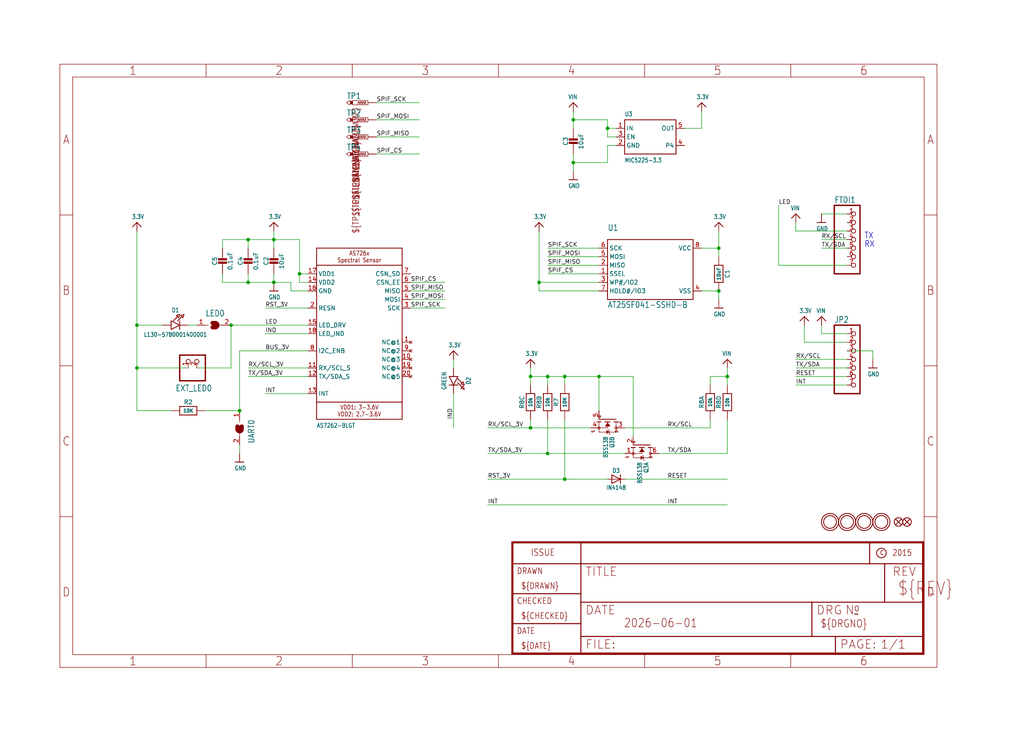
<source format=kicad_sch>
(kicad_sch (version 20230121) (generator eeschema)
  (paper "User" 303.962 217.322)
  (lib_symbols
    (symbol "working-eagle-import:3.3V" (power)
      (property "Value" "3.3V" (at -1.524 1.016 0))
      (symbol "3.3V_1_0"
        (pin power_in line (at 0 -2.54 90) (length 2.54) (name "3.3V") (number "1"))
      )
    )
    (symbol "working-eagle-import:AS726X_SPECTRAL"
      (symbol "AS726X_SPECTRAL_1_0"
        (text "AS726x\nSpectral Sensor" (at 0 22.86 0) (effects (font (size 1.27 1.0795))))
        (text "VDD1: 3-3.6V\nVDD2: 2.7-3.6V" (at 0 -22.86 0) (effects (font (size 1.27 1.0795))))
        (pin no_connect line (at 15.24 -2.54 180) (length 2.54) (name "NC@1") (number "1"))
        (pin no_connect line (at 15.24 -7.62 180) (length 2.54) (name "NC@3") (number "10"))
        (pin bidirectional line (at -15.24 -10.16 0) (length 2.54) (name "RX/SCL_S") (number "11"))
        (pin bidirectional line (at -15.24 -12.7 0) (length 2.54) (name "TX/SDA_S") (number "12"))
        (pin output line (at -15.24 -17.78 0) (length 2.54) (name "INT") (number "13"))
        (pin power_in line (at -15.24 15.24 0) (length 2.54) (name "VDD2") (number "14"))
        (pin bidirectional line (at -15.24 2.54 0) (length 2.54) (name "LED_DRV") (number "15"))
        (pin power_in line (at -15.24 12.7 0) (length 2.54) (name "GND") (number "16"))
        (pin power_in line (at -15.24 17.78 0) (length 2.54) (name "VDD1") (number "17"))
        (pin bidirectional line (at -15.24 0 0) (length 2.54) (name "LED_IND") (number "18"))
        (pin no_connect line (at 15.24 -10.16 180) (length 2.54) (name "NC@4") (number "19"))
        (pin input line (at -15.24 7.62 0) (length 2.54) (name "RESN") (number "2"))
        (pin no_connect line (at 15.24 -12.7 180) (length 2.54) (name "NC@5") (number "20"))
        (pin input line (at 15.24 7.62 180) (length 2.54) (name "SCK") (number "3"))
        (pin input line (at 15.24 10.16 180) (length 2.54) (name "MOSI") (number "4"))
        (pin output line (at 15.24 12.7 180) (length 2.54) (name "MISO") (number "5"))
        (pin output line (at 15.24 15.24 180) (length 2.54) (name "CSN_EE") (number "6"))
        (pin output line (at 15.24 17.78 180) (length 2.54) (name "CSN_SD") (number "7"))
        (pin input line (at -15.24 -5.08 0) (length 2.54) (name "I2C_ENB") (number "8"))
        (pin no_connect line (at 15.24 -5.08 180) (length 2.54) (name "NC@2") (number "9"))
      )
    )
    (symbol "working-eagle-import:CAP_CERAMIC0603_NO"
      (property "Reference" "C" (at -2.29 1.25 90))
      (symbol "CAP_CERAMIC0603_NO_1_0"
        (pin passive line (at 0 5.08 270) (length 2.54) (name "1") (number "1"))
        (pin passive line (at 0 -2.54 90) (length 2.54) (name "2") (number "2"))
      )
    )
    (symbol "working-eagle-import:CAP_CERAMIC0805-NOOUTLINE"
      (property "Reference" "C" (at -2.29 1.25 90))
      (symbol "CAP_CERAMIC0805-NOOUTLINE_1_0"
        (pin passive line (at 0 5.08 270) (length 2.54) (name "1") (number "1"))
        (pin passive line (at 0 -2.54 90) (length 2.54) (name "2") (number "2"))
      )
    )
    (symbol "working-eagle-import:DIODESOD-323"
      (property "Reference" "D" (at 0 2.54 0))
      (symbol "DIODESOD-323_1_0"
        (pin passive line (at -2.54 0 0) (length 2.54) (name "A") (number "A"))
        (pin passive line (at 2.54 0 180) (length 2.54) (name "C") (number "C"))
      )
    )
    (symbol "working-eagle-import:FIDUCIAL_1MM")
    (symbol "working-eagle-import:FRAME_A4"
      (symbol "FRAME_A4_1_0"
        (text "1" (at 21.6958 1.905 0) (effects (font (size 2.54 2.286))))
        (text "1" (at 21.6958 177.165 0) (effects (font (size 2.54 2.286))))
        (text "2" (at 65.0875 1.905 0) (effects (font (size 2.54 2.286))))
        (text "2" (at 65.0875 177.165 0) (effects (font (size 2.54 2.286))))
        (text "3" (at 108.4792 1.905 0) (effects (font (size 2.54 2.286))))
        (text "3" (at 108.4792 177.165 0) (effects (font (size 2.54 2.286))))
        (text "4" (at 151.8708 1.905 0) (effects (font (size 2.54 2.286))))
        (text "4" (at 151.8708 177.165 0) (effects (font (size 2.54 2.286))))
        (text "5" (at 195.2625 1.905 0) (effects (font (size 2.54 2.286))))
        (text "5" (at 195.2625 177.165 0) (effects (font (size 2.54 2.286))))
        (text "6" (at 238.6542 1.905 0) (effects (font (size 2.54 2.286))))
        (text "6" (at 238.6542 177.165 0) (effects (font (size 2.54 2.286))))
        (text "A" (at 1.905 156.6863 0) (effects (font (size 2.54 2.286))))
        (text "A" (at 258.445 156.6863 0) (effects (font (size 2.54 2.286))))
        (text "B" (at 1.905 111.9188 0) (effects (font (size 2.54 2.286))))
        (text "B" (at 258.445 111.9188 0) (effects (font (size 2.54 2.286))))
        (text "C" (at 1.905 67.1513 0) (effects (font (size 2.54 2.286))))
        (text "C" (at 258.445 67.1513 0) (effects (font (size 2.54 2.286))))
        (text "D" (at 1.905 22.3838 0) (effects (font (size 2.54 2.286))))
        (text "D" (at 258.445 22.3838 0) (effects (font (size 2.54 2.286))))
      )
      (symbol "FRAME_A4_2_0"
        (text "${#}/${##}" (at 108.9152 2.8448 0) (effects (font (size 2.54 2.54)) (justify left bottom)))
        (text "${CHECKED}" (at 2.2352 11.7348 0) (effects (font (size 1.778 1.5113)) (justify left bottom)))
        (text "${COMPANY}" (at 23.349 29.6735 0) (effects (font (size 3.175 2.6987) (thickness 0.5397) bold) (justify left bottom)))
        (text "${CURRENT_DATE}" (at 32.7152 9.1948 0) (effects (font (size 2.54 2.159)) (justify left bottom)))
        (text "${DATE}" (at 2.2352 2.8448 0) (effects (font (size 1.778 1.5113)) (justify left bottom)))
        (text "${DRAWN}" (at 2.2352 20.6248 0) (effects (font (size 1.778 1.5113)) (justify left bottom)))
        (text "${DRGNO}" (at 91.1352 9.1948 0) (effects (font (size 2.1844 1.8567)) (justify left bottom)))
        (text "${PROJECTNAME}" (at 33.0327 2.8448 0) (effects (font (size 2.54 2.159)) (justify left bottom)))
        (text "${REV}" (at 113.9952 18.7198 0) (effects (font (size 3.81 3.2385)) (justify left bottom)))
        (text "2015" (at 112.4077 30.4673 0) (effects (font (size 1.778 1.5113)) (justify left bottom)))
        (text "C" (at 108.7564 30.7848 0) (effects (font (size 1.27 1.0795)) (justify left bottom)))
        (text "CHECKED" (at 0.9652 16.1798 0) (effects (font (size 1.778 1.5113)) (justify left bottom)))
        (text "DATE" (at 0.9652 7.2898 0) (effects (font (size 1.778 1.5113)) (justify left bottom)))
        (text "DATE" (at 21.2852 13.0048 0) (effects (font (size 2.54 2.54)) (justify left bottom)))
        (text "DRAWN" (at 0.9652 25.0698 0) (effects (font (size 1.778 1.5113)) (justify left bottom)))
        (text "DRG" (at 89.8652 13.0048 0) (effects (font (size 2.54 2.54)) (justify left bottom)))
        (text "FILE:" (at 21.2852 2.8448 0) (effects (font (size 2.54 2.54)) (justify left bottom)))
        (text "ISSUE" (at 5.0927 30.4673 0) (effects (font (size 1.9304 1.6408)) (justify left bottom)))
        (text "N" (at 98.4377 13.0048 0) (effects (font (size 2.54 2.54)) (justify left bottom)))
        (text "o" (at 100.9777 13.9573 0) (effects (font (size 2.1844 1.8567)) (justify left bottom)))
        (text "PAGE:" (at 96.8502 2.8448 0) (effects (font (size 2.54 2.54)) (justify left bottom)))
        (text "REV" (at 112.4077 24.4348 0) (effects (font (size 2.54 2.54)) (justify left bottom)))
        (text "TITLE" (at 21.2852 24.4348 0) (effects (font (size 2.54 2.54)) (justify left bottom)))
      )
    )
    (symbol "working-eagle-import:GND" (power)
      (property "Value" "GND" (at -1.524 -2.54 0))
      (symbol "GND_1_0"
        (pin power_in line (at 0 2.54 270) (length 2.54) (name "GND") (number "1"))
      )
    )
    (symbol "working-eagle-import:HEADER-1X2ROUND"
      (property "Reference" "JP" (at -6.35 5.715 0))
      (symbol "HEADER-1X2ROUND_1_0"
        (pin passive inverted (at -2.54 2.54 0) (length 2.54) (name "1") (number "1"))
        (pin passive inverted (at -2.54 0 0) (length 2.54) (name "2") (number "2"))
      )
    )
    (symbol "working-eagle-import:HEADER-1X7ROUND"
      (property "Reference" "JP" (at -6.35 10.795 0))
      (symbol "HEADER-1X7ROUND_1_0"
        (pin passive inverted (at -2.54 7.62 0) (length 2.54) (name "1") (number "1"))
        (pin passive inverted (at -2.54 5.08 0) (length 2.54) (name "2") (number "2"))
        (pin passive inverted (at -2.54 2.54 0) (length 2.54) (name "3") (number "3"))
        (pin passive inverted (at -2.54 0 0) (length 2.54) (name "4") (number "4"))
        (pin passive inverted (at -2.54 -2.54 0) (length 2.54) (name "5") (number "5"))
        (pin passive inverted (at -2.54 -5.08 0) (length 2.54) (name "6") (number "6"))
        (pin passive inverted (at -2.54 -7.62 0) (length 2.54) (name "7") (number "7"))
      )
    )
    (symbol "working-eagle-import:LED0805_NOOUTLINE"
      (property "Reference" "D" (at -1.27 4.445 0))
      (symbol "LED0805_NOOUTLINE_1_0"
        (pin passive line (at -5.08 0 0) (length 2.54) (name "A") (number "A"))
        (pin passive line (at 2.54 0 180) (length 2.54) (name "C") (number "C"))
      )
    )
    (symbol "working-eagle-import:LEDEV45-21"
      (property "Reference" "D" (at -1.27 4.445 0))
      (symbol "LEDEV45-21_1_0"
        (pin passive line (at -5.08 0 0) (length 2.54) (name "A") (number "A"))
        (pin passive line (at 2.54 0 180) (length 2.54) (name "C") (number "K"))
      )
    )
    (symbol "working-eagle-import:MOSFET-N_DUAL"
      (property "Reference" "Q" (at 5.08 0.635 0))
      (symbol "MOSFET-N_DUAL_1_0"
        (text "D" (at 3.175 3.175 0) (effects (font (size 0.8128 0.6908)) (justify left bottom)))
        (text "G" (at -1.27 -1.905 0) (effects (font (size 0.8128 0.6908)) (justify left bottom)))
        (text "S" (at 3.175 -3.81 0) (effects (font (size 0.8128 0.6908)) (justify left bottom)))
        (pin bidirectional line (at 2.54 -5.08 90) (length 2.54) (name "S") (number "1"))
        (pin bidirectional line (at -2.54 -2.54 0) (length 2.54) (name "G") (number "2"))
        (pin bidirectional line (at 2.54 5.08 270) (length 2.54) (name "D") (number "6"))
      )
      (symbol "MOSFET-N_DUAL_2_0"
        (text "D" (at 3.175 3.175 0) (effects (font (size 0.8128 0.6908)) (justify left bottom)))
        (text "G" (at -1.27 -1.905 0) (effects (font (size 0.8128 0.6908)) (justify left bottom)))
        (text "S" (at 3.175 -3.81 0) (effects (font (size 0.8128 0.6908)) (justify left bottom)))
        (pin bidirectional line (at 2.54 5.08 270) (length 2.54) (name "D") (number "3"))
        (pin bidirectional line (at 2.54 -5.08 90) (length 2.54) (name "S") (number "4"))
        (pin bidirectional line (at -2.54 -2.54 0) (length 2.54) (name "G") (number "5"))
      )
    )
    (symbol "working-eagle-import:MOUNTINGHOLE2.5")
    (symbol "working-eagle-import:PTR1TP15R"
      (property "Reference" "TP" (at -1.016 -6.35 90))
      (symbol "PTR1TP15R_1_0"
        (text "${TP_SIGNAL_NAME}" (at 1.27 -2.54 0) (effects (font (size 1.778 1.5113)) (justify left bottom)))
        (pin input line (at 0 2.54 270) (length 2.54) (name "TP") (number "TP"))
      )
    )
    (symbol "working-eagle-import:RESISTOR0805_NOOUTLINE"
      (property "Reference" "R" (at 0 2.54 0))
      (symbol "RESISTOR0805_NOOUTLINE_1_0"
        (pin passive line (at -5.08 0 0) (length 2.54) (name "1") (number "1"))
        (pin passive line (at 5.08 0 180) (length 2.54) (name "2") (number "2"))
      )
    )
    (symbol "working-eagle-import:RESISTOR_4PACK_NO"
      (property "Reference" "R" (at 0 2.54 0))
      (symbol "RESISTOR_4PACK_NO_1_0"
        (pin passive line (at -5.08 0 0) (length 2.54) (name "1") (number "1"))
        (pin passive line (at 5.08 0 180) (length 2.54) (name "2") (number "8"))
      )
      (symbol "RESISTOR_4PACK_NO_2_0"
        (pin passive line (at -5.08 0 0) (length 2.54) (name "1") (number "2"))
        (pin passive line (at 5.08 0 180) (length 2.54) (name "2") (number "7"))
      )
      (symbol "RESISTOR_4PACK_NO_3_0"
        (pin passive line (at -5.08 0 0) (length 2.54) (name "1") (number "3"))
        (pin passive line (at 5.08 0 180) (length 2.54) (name "2") (number "6"))
      )
      (symbol "RESISTOR_4PACK_NO_4_0"
        (pin passive line (at -5.08 0 0) (length 2.54) (name "1") (number "4"))
        (pin passive line (at 5.08 0 180) (length 2.54) (name "2") (number "5"))
      )
    )
    (symbol "working-eagle-import:SOLDERJUMPER"
      (property "Reference" "SJ" (at -2.54 2.54 0))
      (symbol "SOLDERJUMPER_1_0"
        (pin passive line (at -5.08 0 0) (length 2.54) (name "1") (number "1"))
        (pin passive line (at 5.08 0 180) (length 2.54) (name "2") (number "2"))
      )
    )
    (symbol "working-eagle-import:SOLDERJUMPERCLOSED"
      (property "Reference" "SJ" (at -2.54 2.54 0))
      (symbol "SOLDERJUMPERCLOSED_1_0"
        (pin passive line (at -5.08 0 0) (length 2.54) (name "1") (number "1"))
        (pin passive line (at 5.08 0 180) (length 2.54) (name "2") (number "2"))
      )
    )
    (symbol "working-eagle-import:SPIFLASH_SOIC8"
      (property "Reference" "U" (at -12.7 12.7 0))
      (symbol "SPIFLASH_SOIC8_1_0"
        (pin bidirectional line (at -15.24 0 0) (length 2.54) (name "SSEL") (number "1"))
        (pin bidirectional line (at -15.24 2.54 0) (length 2.54) (name "MISO") (number "2"))
        (pin bidirectional line (at -15.24 -2.54 0) (length 2.54) (name "WP#/IO2") (number "3"))
        (pin bidirectional line (at 15.24 -5.08 180) (length 2.54) (name "VSS") (number "4"))
        (pin bidirectional line (at -15.24 5.08 0) (length 2.54) (name "MOSI") (number "5"))
        (pin bidirectional line (at -15.24 7.62 0) (length 2.54) (name "SCK") (number "6"))
        (pin bidirectional line (at -15.24 -5.08 0) (length 2.54) (name "HOLD#/IO3") (number "7"))
        (pin bidirectional line (at 15.24 7.62 180) (length 2.54) (name "VCC") (number "8"))
      )
    )
    (symbol "working-eagle-import:VIN" (power)
      (property "Value" "VIN" (at -1.524 1.016 0))
      (symbol "VIN_1_0"
        (pin power_in line (at 0 -2.54 90) (length 2.54) (name "VIN") (number "1"))
      )
    )
    (symbol "working-eagle-import:VREG_SOT23-5"
      (property "Reference" "U" (at -7.62 6.096 0))
      (symbol "VREG_SOT23-5_1_0"
        (pin power_in line (at -10.16 2.54 0) (length 2.54) (name "IN") (number "1"))
        (pin power_in line (at -10.16 -2.54 0) (length 2.54) (name "GND") (number "2"))
        (pin input line (at -10.16 0 0) (length 2.54) (name "EN") (number "3"))
        (pin bidirectional line (at 10.16 -2.54 180) (length 2.54) (name "P4") (number "4"))
        (pin power_in line (at 10.16 2.54 180) (length 2.54) (name "OUT") (number "5"))
      )
    )
    (symbol "working-eagle-import:microbuilder_09_Nov_2015_RESISTOR_0603_NOOUT"
      (property "Reference" "R" (at 0 2.54 0))
      (symbol "microbuilder_09_Nov_2015_RESISTOR_0603_NOOUT_1_0"
        (pin passive line (at -5.08 0 0) (length 2.54) (name "1") (number "1"))
        (pin passive line (at 5.08 0 180) (length 2.54) (name "2") (number "2"))
      )
    )
  )
  (junction (at 73.66 71.12))
  (junction (at 170.18 35.56))
  (junction (at 215.9 111.76))
  (junction (at 157.48 111.76))
  (junction (at 73.66 83.82))
  (junction (at 162.56 111.76))
  (junction (at 81.28 71.12))
  (junction (at 68.58 96.52))
  (junction (at 177.8 111.76))
  (junction (at 180.34 38.1))
  (junction (at 167.64 142.24))
  (junction (at 167.64 111.76))
  (junction (at 213.36 73.66))
  (junction (at 170.18 48.26))
  (junction (at 160.02 83.82))
  (junction (at 213.36 86.36))
  (junction (at 157.48 127))
  (junction (at 40.64 96.52))
  (junction (at 162.56 134.62))
  (junction (at 71.12 121.92))
  (junction (at 40.64 109.22))
  (junction (at 81.28 83.82))
  (junction (at 88.9 81.28))
  (wire (pts (xy 134.62 106.68) (xy 134.62 109.22)) (stroke (width 0.1524)))
  (wire (pts (xy 68.58 109.22) (xy 58.42 109.22)) (stroke (width 0.1524)))
  (wire (pts (xy 134.62 116.84) (xy 134.62 127)) (stroke (width 0.1524)))
  (wire (pts (xy 213.36 73.66) (xy 213.36 76.2)) (stroke (width 0.1524)))
  (wire (pts (xy 162.56 81.28) (xy 177.8 81.28)) (stroke (width 0.1524)))
  (wire (pts (xy 91.44 99.06) (xy 78.74 99.06)) (stroke (width 0.1524)))
  (wire (pts (xy 167.64 114.3) (xy 167.64 111.76)) (stroke (width 0.1524)))
  (wire (pts (xy 251.46 63.5) (xy 243.84 63.5)) (stroke (width 0.1524)))
  (wire (pts (xy 251.46 68.58) (xy 236.22 68.58)) (stroke (width 0.1524)))
  (wire (pts (xy 121.92 86.36) (xy 132.08 86.36)) (stroke (width 0.1524)))
  (wire (pts (xy 208.28 38.1) (xy 208.28 33.02)) (stroke (width 0.1524)))
  (wire (pts (xy 162.56 134.62) (xy 144.78 134.62)) (stroke (width 0.1524)))
  (wire (pts (xy 111.76 40.64) (xy 124.46 40.64)) (stroke (width 0.1524)))
  (wire (pts (xy 162.56 76.2) (xy 177.8 76.2)) (stroke (width 0.1524)))
  (wire (pts (xy 213.36 86.36) (xy 213.36 88.9)) (stroke (width 0.1524)))
  (wire (pts (xy 170.18 48.26) (xy 170.18 50.8)) (stroke (width 0.1524)))
  (wire (pts (xy 157.48 111.76) (xy 157.48 114.3)) (stroke (width 0.1524)))
  (wire (pts (xy 73.66 71.12) (xy 73.66 73.66)) (stroke (width 0.1524)))
  (wire (pts (xy 213.36 73.66) (xy 213.36 68.58)) (stroke (width 0.1524)))
  (wire (pts (xy 81.28 83.82) (xy 86.36 83.82)) (stroke (width 0.1524)))
  (wire (pts (xy 236.22 68.58) (xy 236.22 66.04)) (stroke (width 0.1524)))
  (wire (pts (xy 162.56 134.62) (xy 162.56 124.46)) (stroke (width 0.1524)))
  (wire (pts (xy 180.34 48.26) (xy 180.34 43.18)) (stroke (width 0.1524)))
  (wire (pts (xy 68.58 96.52) (xy 68.58 109.22)) (stroke (width 0.1524)))
  (wire (pts (xy 182.88 40.64) (xy 180.34 40.64)) (stroke (width 0.1524)))
  (wire (pts (xy 111.76 45.72) (xy 124.46 45.72)) (stroke (width 0.1524)))
  (wire (pts (xy 157.48 127) (xy 175.26 127)) (stroke (width 0.1524)))
  (wire (pts (xy 157.48 109.22) (xy 157.48 111.76)) (stroke (width 0.1524)))
  (wire (pts (xy 180.34 40.64) (xy 180.34 38.1)) (stroke (width 0.1524)))
  (wire (pts (xy 88.9 71.12) (xy 88.9 81.28)) (stroke (width 0.1524)))
  (wire (pts (xy 162.56 111.76) (xy 167.64 111.76)) (stroke (width 0.1524)))
  (wire (pts (xy 40.64 96.52) (xy 40.64 68.58)) (stroke (width 0.1524)))
  (wire (pts (xy 210.82 114.3) (xy 210.82 111.76)) (stroke (width 0.1524)))
  (wire (pts (xy 66.04 83.82) (xy 66.04 81.28)) (stroke (width 0.1524)))
  (wire (pts (xy 160.02 83.82) (xy 160.02 68.58)) (stroke (width 0.1524)))
  (wire (pts (xy 170.18 45.72) (xy 170.18 48.26)) (stroke (width 0.1524)))
  (wire (pts (xy 91.44 91.44) (xy 78.74 91.44)) (stroke (width 0.1524)))
  (wire (pts (xy 81.28 81.28) (xy 81.28 83.82)) (stroke (width 0.1524)))
  (wire (pts (xy 170.18 33.02) (xy 170.18 35.56)) (stroke (width 0.1524)))
  (wire (pts (xy 251.46 71.12) (xy 243.84 71.12)) (stroke (width 0.1524)))
  (wire (pts (xy 91.44 109.22) (xy 73.66 109.22)) (stroke (width 0.1524)))
  (wire (pts (xy 180.34 43.18) (xy 182.88 43.18)) (stroke (width 0.1524)))
  (wire (pts (xy 111.76 30.48) (xy 124.46 30.48)) (stroke (width 0.1524)))
  (wire (pts (xy 91.44 96.52) (xy 68.58 96.52)) (stroke (width 0.1524)))
  (wire (pts (xy 215.9 149.86) (xy 144.78 149.86)) (stroke (width 0.1524)))
  (wire (pts (xy 86.36 83.82) (xy 86.36 86.36)) (stroke (width 0.1524)))
  (wire (pts (xy 48.26 96.52) (xy 40.64 96.52)) (stroke (width 0.1524)))
  (wire (pts (xy 91.44 116.84) (xy 78.74 116.84)) (stroke (width 0.1524)))
  (wire (pts (xy 121.92 88.9) (xy 132.08 88.9)) (stroke (width 0.1524)))
  (wire (pts (xy 259.08 104.14) (xy 259.08 106.68)) (stroke (width 0.1524)))
  (wire (pts (xy 170.18 48.26) (xy 180.34 48.26)) (stroke (width 0.1524)))
  (wire (pts (xy 71.12 132.08) (xy 71.12 134.62)) (stroke (width 0.1524)))
  (wire (pts (xy 81.28 71.12) (xy 81.28 73.66)) (stroke (width 0.1524)))
  (wire (pts (xy 71.12 121.92) (xy 60.96 121.92)) (stroke (width 0.1524)))
  (wire (pts (xy 210.82 111.76) (xy 215.9 111.76)) (stroke (width 0.1524)))
  (wire (pts (xy 187.96 129.54) (xy 187.96 111.76)) (stroke (width 0.1524)))
  (wire (pts (xy 81.28 83.82) (xy 73.66 83.82)) (stroke (width 0.1524)))
  (wire (pts (xy 208.28 73.66) (xy 213.36 73.66)) (stroke (width 0.1524)))
  (wire (pts (xy 185.42 127) (xy 210.82 127)) (stroke (width 0.1524)))
  (wire (pts (xy 88.9 81.28) (xy 88.9 83.82)) (stroke (width 0.1524)))
  (wire (pts (xy 162.56 114.3) (xy 162.56 111.76)) (stroke (width 0.1524)))
  (wire (pts (xy 86.36 86.36) (xy 91.44 86.36)) (stroke (width 0.1524)))
  (wire (pts (xy 177.8 121.92) (xy 177.8 111.76)) (stroke (width 0.1524)))
  (wire (pts (xy 73.66 83.82) (xy 66.04 83.82)) (stroke (width 0.1524)))
  (wire (pts (xy 157.48 111.76) (xy 162.56 111.76)) (stroke (width 0.1524)))
  (wire (pts (xy 208.28 86.36) (xy 213.36 86.36)) (stroke (width 0.1524)))
  (wire (pts (xy 170.18 35.56) (xy 180.34 35.56)) (stroke (width 0.1524)))
  (wire (pts (xy 111.76 35.56) (xy 124.46 35.56)) (stroke (width 0.1524)))
  (wire (pts (xy 243.84 99.06) (xy 243.84 96.52)) (stroke (width 0.1524)))
  (wire (pts (xy 167.64 142.24) (xy 144.78 142.24)) (stroke (width 0.1524)))
  (wire (pts (xy 195.58 134.62) (xy 215.9 134.62)) (stroke (width 0.1524)))
  (wire (pts (xy 157.48 127) (xy 144.78 127)) (stroke (width 0.1524)))
  (wire (pts (xy 180.34 142.24) (xy 167.64 142.24)) (stroke (width 0.1524)))
  (wire (pts (xy 55.88 96.52) (xy 58.42 96.52)) (stroke (width 0.1524)))
  (wire (pts (xy 251.46 101.6) (xy 238.76 101.6)) (stroke (width 0.1524)))
  (wire (pts (xy 177.8 111.76) (xy 187.96 111.76)) (stroke (width 0.1524)))
  (wire (pts (xy 66.04 71.12) (xy 66.04 73.66)) (stroke (width 0.1524)))
  (wire (pts (xy 162.56 78.74) (xy 177.8 78.74)) (stroke (width 0.1524)))
  (wire (pts (xy 160.02 86.36) (xy 160.02 83.82)) (stroke (width 0.1524)))
  (wire (pts (xy 251.46 109.22) (xy 236.22 109.22)) (stroke (width 0.1524)))
  (wire (pts (xy 180.34 35.56) (xy 180.34 38.1)) (stroke (width 0.1524)))
  (wire (pts (xy 91.44 81.28) (xy 88.9 81.28)) (stroke (width 0.1524)))
  (wire (pts (xy 167.64 142.24) (xy 167.64 124.46)) (stroke (width 0.1524)))
  (wire (pts (xy 251.46 73.66) (xy 243.84 73.66)) (stroke (width 0.1524)))
  (wire (pts (xy 231.14 78.74) (xy 231.14 60.96)) (stroke (width 0.1524)))
  (wire (pts (xy 215.9 111.76) (xy 215.9 109.22)) (stroke (width 0.1524)))
  (wire (pts (xy 251.46 104.14) (xy 259.08 104.14)) (stroke (width 0.1524)))
  (wire (pts (xy 91.44 111.76) (xy 73.66 111.76)) (stroke (width 0.1524)))
  (wire (pts (xy 236.22 111.76) (xy 251.46 111.76)) (stroke (width 0.1524)))
  (wire (pts (xy 215.9 134.62) (xy 215.9 124.46)) (stroke (width 0.1524)))
  (wire (pts (xy 180.34 38.1) (xy 182.88 38.1)) (stroke (width 0.1524)))
  (wire (pts (xy 40.64 121.92) (xy 40.64 109.22)) (stroke (width 0.1524)))
  (wire (pts (xy 73.66 83.82) (xy 73.66 81.28)) (stroke (width 0.1524)))
  (wire (pts (xy 170.18 35.56) (xy 170.18 38.1)) (stroke (width 0.1524)))
  (wire (pts (xy 215.9 114.3) (xy 215.9 111.76)) (stroke (width 0.1524)))
  (wire (pts (xy 91.44 104.14) (xy 71.12 104.14)) (stroke (width 0.1524)))
  (wire (pts (xy 251.46 106.68) (xy 236.22 106.68)) (stroke (width 0.1524)))
  (wire (pts (xy 121.92 91.44) (xy 132.08 91.44)) (stroke (width 0.1524)))
  (wire (pts (xy 40.64 109.22) (xy 40.64 96.52)) (stroke (width 0.1524)))
  (wire (pts (xy 185.42 142.24) (xy 215.9 142.24)) (stroke (width 0.1524)))
  (wire (pts (xy 81.28 71.12) (xy 88.9 71.12)) (stroke (width 0.1524)))
  (wire (pts (xy 251.46 114.3) (xy 236.22 114.3)) (stroke (width 0.1524)))
  (wire (pts (xy 162.56 73.66) (xy 177.8 73.66)) (stroke (width 0.1524)))
  (wire (pts (xy 177.8 86.36) (xy 160.02 86.36)) (stroke (width 0.1524)))
  (wire (pts (xy 210.82 127) (xy 210.82 124.46)) (stroke (width 0.1524)))
  (wire (pts (xy 238.76 101.6) (xy 238.76 96.52)) (stroke (width 0.1524)))
  (wire (pts (xy 73.66 71.12) (xy 66.04 71.12)) (stroke (width 0.1524)))
  (wire (pts (xy 121.92 83.82) (xy 132.08 83.82)) (stroke (width 0.1524)))
  (wire (pts (xy 177.8 83.82) (xy 160.02 83.82)) (stroke (width 0.1524)))
  (wire (pts (xy 81.28 68.58) (xy 81.28 71.12)) (stroke (width 0.1524)))
  (wire (pts (xy 203.2 38.1) (xy 208.28 38.1)) (stroke (width 0.1524)))
  (wire (pts (xy 185.42 134.62) (xy 162.56 134.62)) (stroke (width 0.1524)))
  (wire (pts (xy 157.48 127) (xy 157.48 124.46)) (stroke (width 0.1524)))
  (wire (pts (xy 251.46 78.74) (xy 231.14 78.74)) (stroke (width 0.1524)))
  (wire (pts (xy 167.64 111.76) (xy 177.8 111.76)) (stroke (width 0.1524)))
  (wire (pts (xy 50.8 121.92) (xy 40.64 121.92)) (stroke (width 0.1524)))
  (wire (pts (xy 55.88 109.22) (xy 40.64 109.22)) (stroke (width 0.1524)))
  (wire (pts (xy 251.46 99.06) (xy 243.84 99.06)) (stroke (width 0.1524)))
  (wire (pts (xy 88.9 83.82) (xy 91.44 83.82)) (stroke (width 0.1524)))
  (wire (pts (xy 81.28 71.12) (xy 73.66 71.12)) (stroke (width 0.1524)))
  (wire (pts (xy 71.12 104.14) (xy 71.12 121.92)) (stroke (width 0.1524)))
  (text "TX" (at 256.54 71.12 0) (effects (font (size 1.778 1.5113)) (justify left bottom)))
  (text "RX" (at 256.54 73.66 0) (effects (font (size 1.778 1.5113)) (justify left bottom)))
  (label "SPIF_SCK" (at 111.76 30.48 0) (effects (font (size 1.2446 1.2446))))
  (label "INT" (at 78.74 116.84 0) (effects (font (size 1.2446 1.2446))))
  (label "RX/SCL" (at 236.22 106.68 0) (effects (font (size 1.2446 1.2446))))
  (label "TX/SDA" (at 198.12 134.62 0) (effects (font (size 1.2446 1.2446))))
  (label "RX/SCL" (at 243.84 71.12 0) (effects (font (size 1.2446 1.2446))))
  (label "SPIF_MISO" (at 162.56 78.74 0) (effects (font (size 1.2446 1.2446))))
  (label "LED" (at 78.74 96.52 0) (effects (font (size 1.2446 1.2446))))
  (label "RX/SCL" (at 198.12 127 0) (effects (font (size 1.2446 1.2446))))
  (label "TX/SDA" (at 236.22 109.22 0) (effects (font (size 1.2446 1.2446))))
  (label "RESET" (at 236.22 111.76 0) (effects (font (size 1.2446 1.2446))))
  (label "IND" (at 134.62 124.46 90) (effects (font (size 1.2446 1.2446))))
  (label "RX/SCL_3V" (at 73.66 109.22 0) (effects (font (size 1.2446 1.2446))))
  (label "SPIF_CS" (at 111.76 45.72 0) (effects (font (size 1.2446 1.2446))))
  (label "RX/SCL_3V" (at 144.78 127 0) (effects (font (size 1.2446 1.2446))))
  (label "RST_3V" (at 144.78 142.24 0) (effects (font (size 1.2446 1.2446))))
  (label "RST_3V" (at 78.74 91.44 0) (effects (font (size 1.2446 1.2446))))
  (label "TX/SDA" (at 243.84 73.66 0) (effects (font (size 1.2446 1.2446))))
  (label "INT" (at 144.78 149.86 0) (effects (font (size 1.2446 1.2446))))
  (label "TX/SDA_3V" (at 144.78 134.62 0) (effects (font (size 1.2446 1.2446))))
  (label "SPIF_CS" (at 162.56 81.28 0) (effects (font (size 1.2446 1.2446))))
  (label "SPIF_MOSI" (at 162.56 76.2 0) (effects (font (size 1.2446 1.2446))))
  (label "SPIF_MISO" (at 111.76 40.64 0) (effects (font (size 1.2446 1.2446))))
  (label "INT" (at 236.22 114.3 0) (effects (font (size 1.2446 1.2446))))
  (label "TX/SDA_3V" (at 73.66 111.76 0) (effects (font (size 1.2446 1.2446))))
  (label "SPIF_MOSI" (at 121.92 88.9 0) (effects (font (size 1.2446 1.2446))))
  (label "SPIF_SCK" (at 121.92 91.44 0) (effects (font (size 1.2446 1.2446))))
  (label "SPIF_CS" (at 121.92 83.82 0) (effects (font (size 1.2446 1.2446))))
  (label "SPIF_MISO" (at 121.92 86.36 0) (effects (font (size 1.2446 1.2446))))
  (label "BUS_3V" (at 78.74 104.14 0) (effects (font (size 1.2446 1.2446))))
  (label "SPIF_SCK" (at 162.56 73.66 0) (effects (font (size 1.2446 1.2446))))
  (label "INT" (at 198.12 149.86 0) (effects (font (size 1.2446 1.2446))))
  (label "SPIF_MOSI" (at 111.76 35.56 0) (effects (font (size 1.2446 1.2446))))
  (label "RESET" (at 198.12 142.24 0) (effects (font (size 1.2446 1.2446))))
  (label "LED" (at 231.14 60.96 0) (effects (font (size 1.2446 1.2446))))
  (label "IND" (at 78.74 99.06 0) (effects (font (size 1.2446 1.2446))))
  (symbol (lib_id "working-eagle-import:VIN") (at 170.18 30.48 0) (unit 1)
    (property "Reference" "#U$14" (effects hide))
    (property "Value" "VIN" (at 168.656 29.464 0) (effects (font (size 1.27 1.0795)) (justify left bottom)))
  )
  (symbol (lib_id "working-eagle-import:VREG_SOT23-5") (at 193.04 40.64 0) (unit 1)
    (property "Reference" "U3" (at 185.42 34.544 0) (effects (font (size 1.27 1.0795)) (justify left bottom)))
    (property "Value" "MIC5225-3.3" (at 185.42 48.26 0) (effects (font (size 1.27 1.0795)) (justify left bottom)))
    (property "Footprint" "working:SOT23-5" (effects hide))
  )
  (symbol (lib_id "working-eagle-import:CAP_CERAMIC0603_NO") (at 73.66 78.74 0) (unit 1)
    (property "Reference" "C4" (at 71.37 77.49 90))
    (property "Value" "0.1uF" (at 75.96 77.49 90))
    (property "Footprint" "working:0603-NO" (effects hide))
  )
  (symbol (lib_id "working-eagle-import:FIDUCIAL_1MM") (at 269.24 154.94 0) (unit 1)
    (property "Reference" "FID2" (effects hide))
    (property "Value" "FIDUCIAL_1MM" (effects hide))
    (property "Footprint" "working:FIDUCIAL_1MM" (effects hide))
  )
  (symbol (lib_id "working-eagle-import:FRAME_A4") (at 17.78 198.12 0) (unit 1)
    (property "Reference" "#FRAME1" (effects hide))
    (property "Value" "FRAME_A4" (effects hide))
  )
  (symbol (lib_id "working-eagle-import:HEADER-1X7ROUND") (at 254 71.12 0) (unit 1)
    (property "Reference" "FTDI1" (at 247.65 60.325 0) (effects (font (size 1.778 1.5113)) (justify left bottom)))
    (property "Value" "HEADER-1X7ROUND" (effects hide))
    (property "Footprint" "working:1X07_ROUND" (effects hide))
  )
  (symbol (lib_id "working-eagle-import:3.3V") (at 213.36 66.04 0) (unit 1)
    (property "Reference" "#U$4" (effects hide))
    (property "Value" "3.3V" (at 211.836 65.024 0) (effects (font (size 1.27 1.0795)) (justify left bottom)))
  )
  (symbol (lib_id "working-eagle-import:SPIFLASH_SOIC8") (at 193.04 81.28 0) (unit 1)
    (property "Reference" "U1" (at 180.34 68.58 0) (effects (font (size 1.778 1.5113)) (justify left bottom)))
    (property "Value" "AT25SF041-SSHD-B" (at 180.34 91.44 0) (effects (font (size 1.778 1.5113)) (justify left bottom)))
    (property "Footprint" "working:SOIC8_150MIL" (effects hide))
  )
  (symbol (lib_id "working-eagle-import:3.3V") (at 160.02 66.04 0) (unit 1)
    (property "Reference" "#U$6" (effects hide))
    (property "Value" "3.3V" (at 158.496 65.024 0) (effects (font (size 1.27 1.0795)) (justify left bottom)))
  )
  (symbol (lib_id "working-eagle-import:SOLDERJUMPERCLOSED") (at 63.5 96.52 0) (unit 1)
    (property "Reference" "LED0" (at 60.96 93.98 0) (effects (font (size 1.778 1.5113)) (justify left bottom)))
    (property "Value" "SOLDERJUMPERCLOSED" (effects hide))
    (property "Footprint" "working:SOLDERJUMPER_CLOSEDWIRE" (effects hide))
  )
  (symbol (lib_id "working-eagle-import:PTR1TP15R") (at 109.22 40.64 270) (unit 1)
    (property "Reference" "TP3" (at 102.87 39.624 90) (effects (font (size 1.778 1.5113)) (justify left bottom)))
    (property "Value" "PTR1TP15R" (effects hide))
    (property "Footprint" "working:TP15R" (effects hide))
  )
  (symbol (lib_id "working-eagle-import:3.3V") (at 81.28 66.04 0) (unit 1)
    (property "Reference" "#U$7" (effects hide))
    (property "Value" "3.3V" (at 79.756 65.024 0) (effects (font (size 1.27 1.0795)) (justify left bottom)))
  )
  (symbol (lib_id "working-eagle-import:HEADER-1X2ROUND") (at 58.42 106.68 90) (unit 1)
    (property "Reference" "EXT_LED0" (at 52.07 116.205 90) (effects (font (size 1.778 1.5113)) (justify right top)))
    (property "Value" "HEADER-1X2ROUND" (effects hide))
    (property "Footprint" "working:1X02_ROUND" (effects hide))
  )
  (symbol (lib_id "working-eagle-import:3.3V") (at 40.64 66.04 0) (unit 1)
    (property "Reference" "#U$12" (effects hide))
    (property "Value" "3.3V" (at 39.116 65.024 0) (effects (font (size 1.27 1.0795)) (justify left bottom)))
  )
  (symbol (lib_id "working-eagle-import:RESISTOR_4PACK_NO") (at 215.9 119.38 90) (unit 4)
    (property "Reference" "R8" (at 213.36 119.38 0))
    (property "Value" "10k" (at 215.9 119.38 0) (effects (font (size 1.016 1.016) bold)))
    (property "Footprint" "working:RESPACK_4X0603_NO" (effects hide))
  )
  (symbol (lib_id "working-eagle-import:LEDEV45-21") (at 53.34 96.52 0) (unit 1)
    (property "Reference" "D1" (at 52.07 92.075 0) (effects (font (size 1.27 1.0795))))
    (property "Value" "L130-5780001400001" (at 52.07 99.314 0) (effects (font (size 1.27 1.0795))))
    (property "Footprint" "working:EVERLIGHT_45-21" (effects hide))
  )
  (symbol (lib_id "working-eagle-import:FIDUCIAL_1MM") (at 266.7 154.94 0) (unit 1)
    (property "Reference" "FID3" (effects hide))
    (property "Value" "FIDUCIAL_1MM" (effects hide))
    (property "Footprint" "working:FIDUCIAL_1MM" (effects hide))
  )
  (symbol (lib_id "working-eagle-import:RESISTOR0805_NOOUTLINE") (at 213.36 81.28 270) (unit 1)
    (property "Reference" "C1" (at 215.9 81.28 0))
    (property "Value" "10uF" (at 213.36 81.28 0) (effects (font (size 1.016 1.016) bold)))
    (property "Footprint" "working:0805-NO" (effects hide))
  )
  (symbol (lib_id "working-eagle-import:GND") (at 81.28 86.36 0) (unit 1)
    (property "Reference" "#U$8" (effects hide))
    (property "Value" "GND" (at 79.756 88.9 0) (effects (font (size 1.27 1.0795)) (justify left bottom)))
  )
  (symbol (lib_id "working-eagle-import:GND") (at 213.36 91.44 0) (unit 1)
    (property "Reference" "#U$5" (effects hide))
    (property "Value" "GND" (at 211.836 93.98 0) (effects (font (size 1.27 1.0795)) (justify left bottom)))
  )
  (symbol (lib_id "working-eagle-import:CAP_CERAMIC0805-NOOUTLINE") (at 81.28 78.74 0) (unit 1)
    (property "Reference" "C2" (at 78.99 77.49 90))
    (property "Value" "10uF" (at 83.58 77.49 90))
    (property "Footprint" "working:0805-NO" (effects hide))
  )
  (symbol (lib_id "working-eagle-import:AS726X_SPECTRAL") (at 106.68 99.06 0) (unit 1)
    (property "Reference" "U2" (effects hide))
    (property "Value" "AS7262-BLGT" (at 93.98 127 0) (effects (font (size 1.27 1.0795)) (justify left bottom)))
    (property "Footprint" "working:AS726X_LGA20" (effects hide))
  )
  (symbol (lib_id "working-eagle-import:LED0805_NOOUTLINE") (at 134.62 114.3 270) (unit 1)
    (property "Reference" "D2" (at 139.065 113.03 0) (effects (font (size 1.27 1.0795))))
    (property "Value" "GREEN" (at 131.826 113.03 0) (effects (font (size 1.27 1.0795))))
    (property "Footprint" "working:CHIPLED_0805_NOOUTLINE" (effects hide))
  )
  (symbol (lib_id "working-eagle-import:RESISTOR_4PACK_NO") (at 157.48 119.38 90) (unit 3)
    (property "Reference" "R8" (at 154.94 119.38 0))
    (property "Value" "10k" (at 157.48 119.38 0) (effects (font (size 1.016 1.016) bold)))
    (property "Footprint" "working:RESPACK_4X0603_NO" (effects hide))
  )
  (symbol (lib_id "working-eagle-import:SOLDERJUMPER") (at 71.12 127 270) (unit 1)
    (property "Reference" "UART0" (at 73.66 124.46 0) (effects (font (size 1.778 1.5113)) (justify left bottom)))
    (property "Value" "SOLDERJUMPER" (effects hide))
    (property "Footprint" "working:SOLDERJUMPER_ARROW_NOPASTE" (effects hide))
  )
  (symbol (lib_id "working-eagle-import:MOSFET-N_DUAL") (at 190.5 132.08 270) (unit 1)
    (property "Reference" "Q3" (at 191.135 137.16 0) (effects (font (size 1.27 1.0795)) (justify left bottom)))
    (property "Value" "BSS138" (at 189.23 137.16 0) (effects (font (size 1.27 1.0795)) (justify left bottom)))
    (property "Footprint" "working:SOT363" (effects hide))
  )
  (symbol (lib_id "working-eagle-import:RESISTOR0805_NOOUTLINE") (at 55.88 121.92 0) (unit 1)
    (property "Reference" "R2" (at 55.88 119.38 0))
    (property "Value" "10K" (at 55.88 121.92 0) (effects (font (size 1.016 1.016) bold)))
    (property "Footprint" "working:0805-NO" (effects hide))
  )
  (symbol (lib_id "working-eagle-import:CAP_CERAMIC0603_NO") (at 66.04 78.74 0) (unit 1)
    (property "Reference" "C5" (at 63.75 77.49 90))
    (property "Value" "0.1uF" (at 68.34 77.49 90))
    (property "Footprint" "working:0603-NO" (effects hide))
  )
  (symbol (lib_id "working-eagle-import:HEADER-1X7ROUND") (at 254 106.68 0) (unit 1)
    (property "Reference" "JP2" (at 247.65 95.885 0) (effects (font (size 1.778 1.5113)) (justify left bottom)))
    (property "Value" "HEADER-1X7ROUND" (effects hide))
    (property "Footprint" "working:1X07_ROUND" (effects hide))
  )
  (symbol (lib_id "working-eagle-import:MOUNTINGHOLE2.5") (at 256.54 154.94 0) (unit 1)
    (property "Reference" "U$3" (effects hide))
    (property "Value" "MOUNTINGHOLE2.5" (effects hide))
    (property "Footprint" "working:MOUNTINGHOLE_2.5_PLATED" (effects hide))
  )
  (symbol (lib_id "working-eagle-import:CAP_CERAMIC0805-NOOUTLINE") (at 170.18 43.18 0) (unit 1)
    (property "Reference" "C3" (at 167.89 41.93 90))
    (property "Value" "10uF" (at 172.48 41.93 90))
    (property "Footprint" "working:0805-NO" (effects hide))
  )
  (symbol (lib_id "working-eagle-import:GND") (at 243.84 66.04 0) (unit 1)
    (property "Reference" "#U$11" (effects hide))
    (property "Value" "GND" (at 242.316 68.58 0) (effects (font (size 1.27 1.0795)) (justify left bottom)))
  )
  (symbol (lib_id "working-eagle-import:GND") (at 259.08 109.22 0) (unit 1)
    (property "Reference" "#U$20" (effects hide))
    (property "Value" "GND" (at 257.556 111.76 0) (effects (font (size 1.27 1.0795)) (justify left bottom)))
  )
  (symbol (lib_id "working-eagle-import:MOUNTINGHOLE2.5") (at 261.62 154.94 0) (unit 1)
    (property "Reference" "U$2" (effects hide))
    (property "Value" "MOUNTINGHOLE2.5" (effects hide))
    (property "Footprint" "working:MOUNTINGHOLE_2.5_PLATED" (effects hide))
  )
  (symbol (lib_id "working-eagle-import:PTR1TP15R") (at 109.22 45.72 270) (unit 1)
    (property "Reference" "TP4" (at 102.87 44.704 90) (effects (font (size 1.778 1.5113)) (justify left bottom)))
    (property "Value" "PTR1TP15R" (effects hide))
    (property "Footprint" "working:TP15R" (effects hide))
  )
  (symbol (lib_id "working-eagle-import:DIODESOD-323") (at 182.88 142.24 0) (unit 1)
    (property "Reference" "D3" (at 182.88 139.7 0) (effects (font (size 1.27 1.0795))))
    (property "Value" "IN4148" (at 182.88 144.74 0) (effects (font (size 1.27 1.0795))))
    (property "Footprint" "working:SOD-323" (effects hide))
  )
  (symbol (lib_id "working-eagle-import:3.3V") (at 134.62 104.14 0) (unit 1)
    (property "Reference" "#U$24" (effects hide))
    (property "Value" "3.3V" (at 133.096 103.124 0) (effects (font (size 1.27 1.0795)) (justify left bottom)))
  )
  (symbol (lib_id "working-eagle-import:3.3V") (at 238.76 93.98 0) (unit 1)
    (property "Reference" "#U$19" (effects hide))
    (property "Value" "3.3V" (at 237.236 92.964 0) (effects (font (size 1.27 1.0795)) (justify left bottom)))
  )
  (symbol (lib_id "working-eagle-import:PTR1TP15R") (at 109.22 35.56 270) (unit 1)
    (property "Reference" "TP2" (at 102.87 34.544 90) (effects (font (size 1.778 1.5113)) (justify left bottom)))
    (property "Value" "PTR1TP15R" (effects hide))
    (property "Footprint" "working:TP15R" (effects hide))
  )
  (symbol (lib_id "working-eagle-import:3.3V") (at 157.48 106.68 0) (unit 1)
    (property "Reference" "#U$16" (effects hide))
    (property "Value" "3.3V" (at 155.956 105.664 0) (effects (font (size 1.27 1.0795)) (justify left bottom)))
  )
  (symbol (lib_id "working-eagle-import:VIN") (at 236.22 63.5 0) (unit 1)
    (property "Reference" "#U$1" (effects hide))
    (property "Value" "VIN" (at 234.696 62.484 0) (effects (font (size 1.27 1.0795)) (justify left bottom)))
  )
  (symbol (lib_id "working-eagle-import:RESISTOR_4PACK_NO") (at 162.56 119.38 90) (unit 2)
    (property "Reference" "R8" (at 160.02 119.38 0))
    (property "Value" "10k" (at 162.56 119.38 0) (effects (font (size 1.016 1.016) bold)))
    (property "Footprint" "working:RESPACK_4X0603_NO" (effects hide))
  )
  (symbol (lib_id "working-eagle-import:PTR1TP15R") (at 109.22 30.48 270) (unit 1)
    (property "Reference" "TP1" (at 102.87 29.464 90) (effects (font (size 1.778 1.5113)) (justify left bottom)))
    (property "Value" "PTR1TP15R" (effects hide))
    (property "Footprint" "working:TP15R" (effects hide))
  )
  (symbol (lib_id "working-eagle-import:VIN") (at 215.9 106.68 0) (unit 1)
    (property "Reference" "#U$17" (effects hide))
    (property "Value" "VIN" (at 214.376 105.664 0) (effects (font (size 1.27 1.0795)) (justify left bottom)))
  )
  (symbol (lib_id "working-eagle-import:microbuilder_09_Nov_2015_RESISTOR_0603_NOOUT") (at 167.64 119.38 90) (unit 1)
    (property "Reference" "R7" (at 165.1 119.38 0))
    (property "Value" "10K" (at 167.64 119.38 0) (effects (font (size 1.016 1.016) bold)))
    (property "Footprint" "working:0603-NO" (effects hide))
  )
  (symbol (lib_id "working-eagle-import:GND") (at 170.18 53.34 0) (unit 1)
    (property "Reference" "#U$15" (effects hide))
    (property "Value" "GND" (at 168.656 55.88 0) (effects (font (size 1.27 1.0795)) (justify left bottom)))
  )
  (symbol (lib_id "working-eagle-import:RESISTOR_4PACK_NO") (at 210.82 119.38 90) (unit 1)
    (property "Reference" "R8" (at 208.28 119.38 0))
    (property "Value" "10k" (at 210.82 119.38 0) (effects (font (size 1.016 1.016) bold)))
    (property "Footprint" "working:RESPACK_4X0603_NO" (effects hide))
  )
  (symbol (lib_id "working-eagle-import:GND") (at 71.12 137.16 0) (unit 1)
    (property "Reference" "#U$10" (effects hide))
    (property "Value" "GND" (at 69.596 139.7 0) (effects (font (size 1.27 1.0795)) (justify left bottom)))
  )
  (symbol (lib_id "working-eagle-import:VIN") (at 243.84 93.98 0) (unit 1)
    (property "Reference" "#U$18" (effects hide))
    (property "Value" "VIN" (at 242.316 92.964 0) (effects (font (size 1.27 1.0795)) (justify left bottom)))
  )
  (symbol (lib_id "working-eagle-import:MOUNTINGHOLE2.5") (at 251.46 154.94 0) (unit 1)
    (property "Reference" "U$22" (effects hide))
    (property "Value" "MOUNTINGHOLE2.5" (effects hide))
    (property "Footprint" "working:MOUNTINGHOLE_2.5_PLATED" (effects hide))
  )
  (symbol (lib_id "working-eagle-import:MOUNTINGHOLE2.5") (at 246.38 154.94 0) (unit 1)
    (property "Reference" "U$23" (effects hide))
    (property "Value" "MOUNTINGHOLE2.5" (effects hide))
    (property "Footprint" "working:MOUNTINGHOLE_2.5_PLATED" (effects hide))
  )
  (symbol (lib_id "working-eagle-import:3.3V") (at 208.28 30.48 0) (unit 1)
    (property "Reference" "#U$13" (effects hide))
    (property "Value" "3.3V" (at 206.756 29.464 0) (effects (font (size 1.27 1.0795)) (justify left bottom)))
  )
  (symbol (lib_id "working-eagle-import:MOSFET-N_DUAL") (at 180.34 124.46 270) (unit 2)
    (property "Reference" "Q3" (at 180.975 129.54 0) (effects (font (size 1.27 1.0795)) (justify left bottom)))
    (property "Value" "BSS138" (at 179.07 129.54 0) (effects (font (size 1.27 1.0795)) (justify left bottom)))
    (property "Footprint" "working:SOT363" (effects hide))
  )
  (symbol (lib_id "working-eagle-import:FRAME_A4") (at 152.4 195.58 0) (unit 2)
    (property "Reference" "#FRAME1" (effects hide))
    (property "Value" "FRAME_A4" (effects hide))
  )
)
</source>
